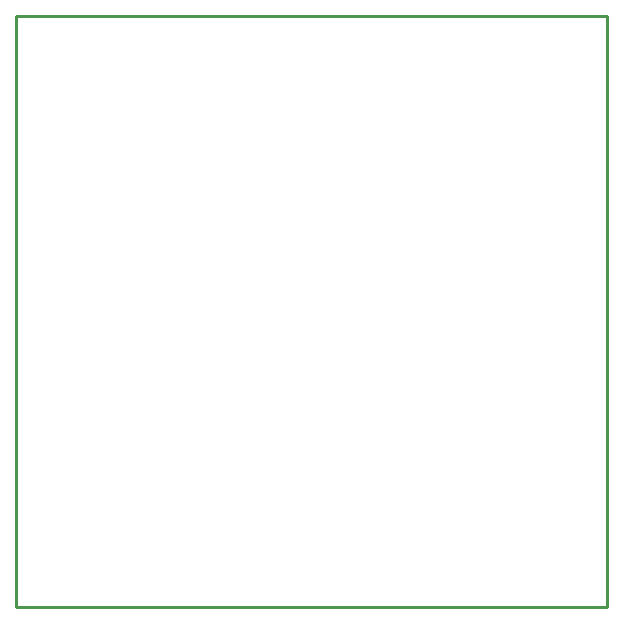
<source format=gko>
G04 Layer_Color=16711935*
%FSLAX44Y44*%
%MOMM*%
G71*
G01*
G75*
%ADD11C,0.2540*%
D11*
X0Y500000D02*
X500000D01*
Y0D02*
Y500000D01*
X0Y0D02*
X500000D01*
X0D02*
Y500000D01*
X500000D01*
Y0D02*
Y500000D01*
X0Y0D02*
X500000D01*
X0D02*
Y500000D01*
M02*

</source>
